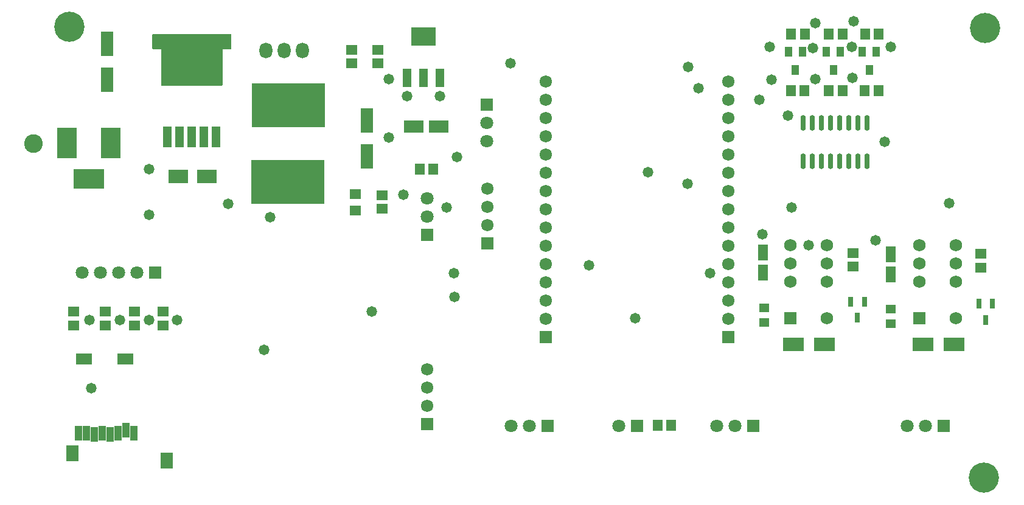
<source format=gts>
G04*
G04 #@! TF.GenerationSoftware,Altium Limited,Altium Designer,21.2.1 (34)*
G04*
G04 Layer_Color=8388736*
%FSTAX24Y24*%
%MOIN*%
G70*
G04*
G04 #@! TF.SameCoordinates,F2E00263-BE93-4D19-96D2-DD2F20D6CEC5*
G04*
G04*
G04 #@! TF.FilePolarity,Negative*
G04*
G01*
G75*
%ADD38R,0.0501X0.1163*%
%ADD39R,0.3360X0.2832*%
%ADD40R,0.0710X0.1340*%
%ADD41R,0.1064X0.0710*%
%ADD42R,0.0867X0.0631*%
%ADD43R,0.0710X0.0867*%
%ADD44R,0.0395X0.0789*%
%ADD45O,0.0297X0.0867*%
%ADD46R,0.0415X0.0552*%
%ADD47R,0.0552X0.0631*%
%ADD48R,0.0474X0.1025*%
%ADD49R,0.1379X0.1025*%
%ADD50R,0.4017X0.2442*%
%ADD51R,0.0631X0.0552*%
%ADD52R,0.1123X0.0769*%
%ADD53R,0.0580X0.0474*%
%ADD54R,0.0552X0.0867*%
%ADD55R,0.0630X0.0580*%
%ADD56R,0.0316X0.0533*%
%ADD57R,0.1064X0.0749*%
%ADD58R,0.1680X0.1080*%
%ADD59R,0.1080X0.1680*%
%ADD60C,0.0710*%
%ADD61R,0.0710X0.0710*%
%ADD62C,0.1655*%
%ADD63R,0.0678X0.0678*%
%ADD64C,0.0678*%
%ADD65R,0.0710X0.0710*%
%ADD66C,0.0680*%
%ADD67R,0.0680X0.0680*%
%ADD68O,0.0710X0.0867*%
%ADD69C,0.1025*%
%ADD70C,0.0580*%
G36*
X020031Y048416D02*
X020036Y048415D01*
X020041Y048413D01*
X020046Y048411D01*
X02005Y048408D01*
X020054Y048404D01*
X020058Y048401D01*
X020061Y048396D01*
X020063Y048391D01*
X020065Y048387D01*
X020066Y048381D01*
X020066Y048376D01*
Y047628D01*
X020066Y047623D01*
X020065Y047618D01*
X020063Y047613D01*
X020061Y047608D01*
X020058Y047604D01*
X020054Y0476D01*
X02005Y047596D01*
X020046Y047593D01*
X020041Y047591D01*
X020036Y047589D01*
X020031Y047588D01*
X020026Y047588D01*
X01958D01*
Y045624D01*
X01958Y045619D01*
X019578Y045614D01*
X019577Y045609D01*
X019574Y045604D01*
X019572Y0456D01*
X019568Y045596D01*
X019564Y045592D01*
X01956Y045589D01*
X019555Y045587D01*
X01955Y045585D01*
X019545Y045584D01*
X01954Y045584D01*
X01626D01*
X016255Y045584D01*
X01625Y045585D01*
X016245Y045587D01*
X01624Y045589D01*
X016236Y045592D01*
X016232Y045596D01*
X016228Y0456D01*
X016226Y045604D01*
X016223Y045609D01*
X016222Y045614D01*
X01622Y045619D01*
X01622Y045624D01*
Y047588D01*
X015774D01*
X015769Y047588D01*
X015764Y047589D01*
X015759Y047591D01*
X015754Y047593D01*
X01575Y047596D01*
X015746Y0476D01*
X015742Y047604D01*
X015739Y047608D01*
X015737Y047613D01*
X015735Y047618D01*
X015734Y047623D01*
X015734Y047628D01*
Y048376D01*
X015734Y048381D01*
X015735Y048387D01*
X015737Y048391D01*
X015739Y048396D01*
X015742Y048401D01*
X015746Y048404D01*
X01575Y048408D01*
X015754Y048411D01*
X015759Y048413D01*
X015764Y048415D01*
X015769Y048416D01*
X015774Y048416D01*
X020026D01*
X020031Y048416D01*
D02*
G37*
D38*
X016561Y042787D02*
D03*
X017231D02*
D03*
X0179D02*
D03*
X018569D02*
D03*
X019239D02*
D03*
D39*
X0179Y047D02*
D03*
D40*
X01325Y047884D02*
D03*
Y045916D02*
D03*
X0275Y041716D02*
D03*
Y043684D02*
D03*
D41*
X031439Y04335D02*
D03*
X030061D02*
D03*
D42*
X012006Y0306D02*
D03*
X01425D02*
D03*
D43*
X016533Y025041D02*
D03*
X011348Y025435D02*
D03*
D44*
X013852Y026557D02*
D03*
X014285Y026714D02*
D03*
X013419Y026478D02*
D03*
X012986Y026557D02*
D03*
X012553Y026478D02*
D03*
X01212Y026557D02*
D03*
X011687D02*
D03*
X014719D02*
D03*
D45*
X0549Y043563D02*
D03*
X0544D02*
D03*
X0539D02*
D03*
X0534D02*
D03*
X0529D02*
D03*
X0524D02*
D03*
X0519D02*
D03*
X0514D02*
D03*
X0549Y041437D02*
D03*
X0544D02*
D03*
X0539D02*
D03*
X0534D02*
D03*
X0529D02*
D03*
X0524D02*
D03*
X0519D02*
D03*
X0514D02*
D03*
D46*
X054634Y047442D02*
D03*
X055392Y04744D02*
D03*
X05502Y046458D02*
D03*
X052658Y047442D02*
D03*
X053416Y04744D02*
D03*
X053044Y046458D02*
D03*
X050584Y047442D02*
D03*
X051342Y04744D02*
D03*
X05097Y046458D02*
D03*
D47*
X050728Y048426D02*
D03*
X051476D02*
D03*
X051472Y045324D02*
D03*
X050724D02*
D03*
X053547D02*
D03*
X052799D02*
D03*
X055522D02*
D03*
X054774D02*
D03*
X054778Y048426D02*
D03*
X055526D02*
D03*
X052802D02*
D03*
X05355D02*
D03*
X044172Y026974D02*
D03*
X043424D02*
D03*
X031126Y040999D02*
D03*
X030378D02*
D03*
D48*
X029694Y046008D02*
D03*
X0306D02*
D03*
X031506D02*
D03*
D49*
X0306Y048292D02*
D03*
D50*
X023161Y040327D02*
D03*
X0232Y0445D02*
D03*
D51*
X054124Y036426D02*
D03*
Y035678D02*
D03*
X016324Y032452D02*
D03*
Y0332D02*
D03*
X014774D02*
D03*
Y032452D02*
D03*
X01315Y0332D02*
D03*
Y032452D02*
D03*
X011424D02*
D03*
Y0332D02*
D03*
X028324Y038839D02*
D03*
Y039587D02*
D03*
X028101Y047549D02*
D03*
Y046801D02*
D03*
X02665Y046802D02*
D03*
Y04755D02*
D03*
X061124Y035628D02*
D03*
Y036376D02*
D03*
D52*
X057954Y0314D02*
D03*
X059646D02*
D03*
X050854D02*
D03*
X052546D02*
D03*
D53*
X0562Y03335D02*
D03*
Y03255D02*
D03*
X04925Y0334D02*
D03*
Y0326D02*
D03*
D54*
X0492Y035349D02*
D03*
Y036451D02*
D03*
X0562Y035249D02*
D03*
Y036351D02*
D03*
D55*
X02685Y03875D02*
D03*
Y03965D02*
D03*
D56*
X054748Y03375D02*
D03*
X054D02*
D03*
X054374Y032864D02*
D03*
X061774Y033643D02*
D03*
X061026D02*
D03*
X0614Y032757D02*
D03*
D57*
X018737Y0406D02*
D03*
X017163D02*
D03*
D58*
X01226Y04048D02*
D03*
D59*
X01105Y04245D02*
D03*
X01345Y04246D02*
D03*
D60*
X0308Y0394D02*
D03*
Y0384D02*
D03*
X0149Y03535D02*
D03*
X0139D02*
D03*
X0129D02*
D03*
X0119D02*
D03*
X0413Y02695D02*
D03*
X04765D02*
D03*
X04665D02*
D03*
X0364D02*
D03*
X0354D02*
D03*
X0581D02*
D03*
X0571D02*
D03*
X03405Y04355D02*
D03*
Y04255D02*
D03*
D61*
X0308Y0374D02*
D03*
X03405Y04455D02*
D03*
D62*
X0112Y0488D02*
D03*
X0613Y0241D02*
D03*
X06135Y04875D02*
D03*
D63*
X0373Y031808D02*
D03*
X0308Y02705D02*
D03*
X0341Y03695D02*
D03*
X0473Y031808D02*
D03*
D64*
X0373Y032808D02*
D03*
Y033808D02*
D03*
Y034808D02*
D03*
Y035808D02*
D03*
Y036808D02*
D03*
Y037808D02*
D03*
Y038808D02*
D03*
Y039808D02*
D03*
Y040808D02*
D03*
Y041808D02*
D03*
Y042808D02*
D03*
Y043808D02*
D03*
Y044808D02*
D03*
Y045808D02*
D03*
X0308Y02805D02*
D03*
Y02905D02*
D03*
Y03005D02*
D03*
X0341Y03795D02*
D03*
Y03895D02*
D03*
Y03995D02*
D03*
X0473Y045808D02*
D03*
Y044808D02*
D03*
Y043808D02*
D03*
Y042808D02*
D03*
Y041808D02*
D03*
Y040808D02*
D03*
Y039808D02*
D03*
Y038808D02*
D03*
Y037808D02*
D03*
Y036808D02*
D03*
Y035808D02*
D03*
Y034808D02*
D03*
Y033808D02*
D03*
Y032808D02*
D03*
D65*
X0159Y03535D02*
D03*
X0423Y02695D02*
D03*
X04865D02*
D03*
X0374D02*
D03*
X0591D02*
D03*
D66*
X05775Y03685D02*
D03*
X05975Y03685D02*
D03*
X05775Y03585D02*
D03*
X05975D02*
D03*
X05775Y03485D02*
D03*
X05975Y03485D02*
D03*
Y03285D02*
D03*
X05069Y03686D02*
D03*
X05269Y03686D02*
D03*
X05069Y03586D02*
D03*
X05269D02*
D03*
X05069Y03486D02*
D03*
X05269Y03486D02*
D03*
Y03286D02*
D03*
D67*
X05775Y03285D02*
D03*
X05069Y03286D02*
D03*
D68*
X02395Y0475D02*
D03*
X02295D02*
D03*
X02195D02*
D03*
D69*
X00924Y04242D02*
D03*
D70*
X05205Y049D02*
D03*
X051934Y047634D02*
D03*
X045665Y045448D02*
D03*
X02185Y0311D02*
D03*
X0287Y04275D02*
D03*
X0199Y0391D02*
D03*
X0222Y038375D02*
D03*
X05055Y04395D02*
D03*
X05585Y0425D02*
D03*
X05535Y0371D02*
D03*
X05405Y0477D02*
D03*
X05205Y04595D02*
D03*
X05415Y0491D02*
D03*
X0541Y046D02*
D03*
X0562Y0477D02*
D03*
X04915Y03745D02*
D03*
X0463Y0353D02*
D03*
X03535Y0468D02*
D03*
X0429Y04085D02*
D03*
X0451Y0466D02*
D03*
X032425Y041675D02*
D03*
X03185Y0389D02*
D03*
X03225Y0353D02*
D03*
X01555Y041D02*
D03*
Y0385D02*
D03*
X0287Y04595D02*
D03*
X0315Y045D02*
D03*
X0297D02*
D03*
X0295Y0396D02*
D03*
X0323Y034D02*
D03*
X04505Y0402D02*
D03*
X04955Y0477D02*
D03*
X04965Y0459D02*
D03*
X05075Y0389D02*
D03*
X0517Y03685D02*
D03*
X0422Y03285D02*
D03*
X049Y0448D02*
D03*
X0594Y03915D02*
D03*
X03965Y03575D02*
D03*
X02775Y0332D02*
D03*
X0171Y03275D02*
D03*
X0124Y029D02*
D03*
X0123Y03275D02*
D03*
X01395D02*
D03*
X01555D02*
D03*
M02*

</source>
